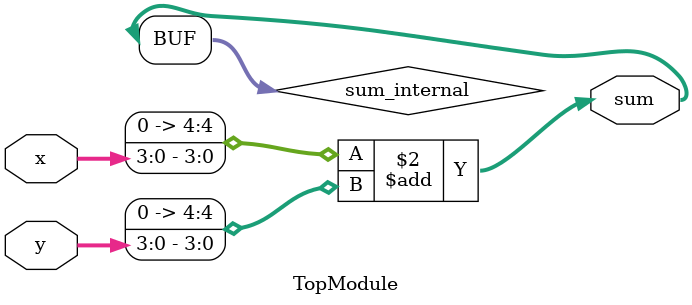
<source format=sv>
module TopModule (
    input logic [3:0] x,
    input logic [3:0] y,
    output logic [4:0] sum
);

logic [4:0] sum_internal;

always @(*) begin
    sum_internal = {1'b0, x} + {1'b0, y};
end

assign sum = sum_internal;

endmodule
</source>
